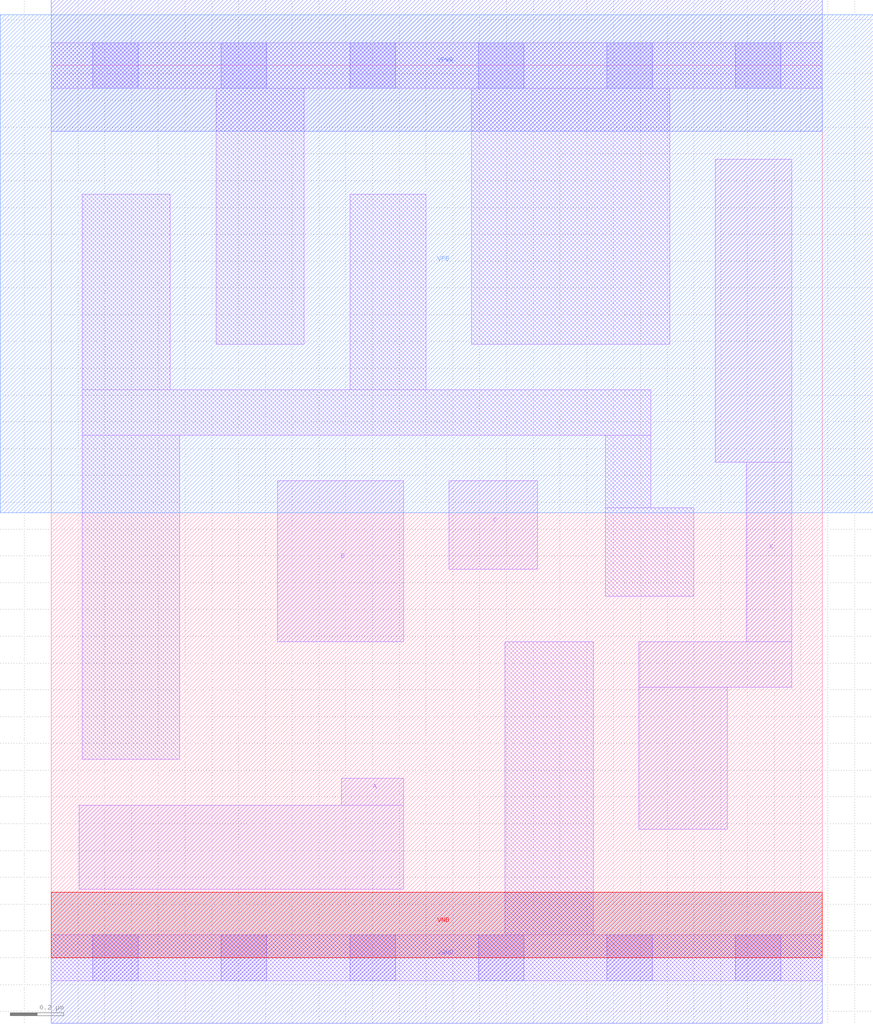
<source format=lef>
# Copyright 2020 The SkyWater PDK Authors
#
# Licensed under the Apache License, Version 2.0 (the "License");
# you may not use this file except in compliance with the License.
# You may obtain a copy of the License at
#
#     https://www.apache.org/licenses/LICENSE-2.0
#
# Unless required by applicable law or agreed to in writing, software
# distributed under the License is distributed on an "AS IS" BASIS,
# WITHOUT WARRANTIES OR CONDITIONS OF ANY KIND, either express or implied.
# See the License for the specific language governing permissions and
# limitations under the License.
#
# SPDX-License-Identifier: Apache-2.0

VERSION 5.7 ;
  NOWIREEXTENSIONATPIN ON ;
  DIVIDERCHAR "/" ;
  BUSBITCHARS "[]" ;
MACRO sky130_fd_sc_ms__and3_1
  CLASS CORE ;
  FOREIGN sky130_fd_sc_ms__and3_1 ;
  ORIGIN  0.000000  0.000000 ;
  SIZE  2.880000 BY  3.330000 ;
  SYMMETRY X Y ;
  SITE unit ;
  PIN A
    ANTENNAGATEAREA  0.247200 ;
    DIRECTION INPUT ;
    USE SIGNAL ;
    PORT
      LAYER li1 ;
        RECT 0.105000 0.255000 1.315000 0.570000 ;
        RECT 1.085000 0.570000 1.315000 0.670000 ;
    END
  END A
  PIN B
    ANTENNAGATEAREA  0.247200 ;
    DIRECTION INPUT ;
    USE SIGNAL ;
    PORT
      LAYER li1 ;
        RECT 0.845000 1.180000 1.315000 1.780000 ;
    END
  END B
  PIN C
    ANTENNAGATEAREA  0.247200 ;
    DIRECTION INPUT ;
    USE SIGNAL ;
    PORT
      LAYER li1 ;
        RECT 1.485000 1.450000 1.815000 1.780000 ;
    END
  END C
  PIN X
    ANTENNADIFFAREA  0.524500 ;
    DIRECTION OUTPUT ;
    USE SIGNAL ;
    PORT
      LAYER li1 ;
        RECT 2.195000 0.480000 2.525000 1.010000 ;
        RECT 2.195000 1.010000 2.765000 1.180000 ;
        RECT 2.480000 1.850000 2.765000 2.980000 ;
        RECT 2.595000 1.180000 2.765000 1.850000 ;
    END
  END X
  PIN VGND
    DIRECTION INOUT ;
    USE GROUND ;
    PORT
      LAYER met1 ;
        RECT 0.000000 -0.245000 2.880000 0.245000 ;
    END
  END VGND
  PIN VNB
    DIRECTION INOUT ;
    USE GROUND ;
    PORT
      LAYER pwell ;
        RECT 0.000000 0.000000 2.880000 0.245000 ;
    END
  END VNB
  PIN VPB
    DIRECTION INOUT ;
    USE POWER ;
    PORT
      LAYER nwell ;
        RECT -0.190000 1.660000 3.070000 3.520000 ;
    END
  END VPB
  PIN VPWR
    DIRECTION INOUT ;
    USE POWER ;
    PORT
      LAYER met1 ;
        RECT 0.000000 3.085000 2.880000 3.575000 ;
    END
  END VPWR
  OBS
    LAYER li1 ;
      RECT 0.000000 -0.085000 2.880000 0.085000 ;
      RECT 0.000000  3.245000 2.880000 3.415000 ;
      RECT 0.115000  0.740000 0.480000 1.950000 ;
      RECT 0.115000  1.950000 2.240000 2.120000 ;
      RECT 0.115000  2.120000 0.445000 2.850000 ;
      RECT 0.615000  2.290000 0.945000 3.245000 ;
      RECT 1.115000  2.120000 1.400000 2.850000 ;
      RECT 1.570000  2.290000 2.310000 3.245000 ;
      RECT 1.695000  0.085000 2.025000 1.180000 ;
      RECT 2.070000  1.350000 2.400000 1.680000 ;
      RECT 2.070000  1.680000 2.240000 1.950000 ;
    LAYER mcon ;
      RECT 0.155000 -0.085000 0.325000 0.085000 ;
      RECT 0.155000  3.245000 0.325000 3.415000 ;
      RECT 0.635000 -0.085000 0.805000 0.085000 ;
      RECT 0.635000  3.245000 0.805000 3.415000 ;
      RECT 1.115000 -0.085000 1.285000 0.085000 ;
      RECT 1.115000  3.245000 1.285000 3.415000 ;
      RECT 1.595000 -0.085000 1.765000 0.085000 ;
      RECT 1.595000  3.245000 1.765000 3.415000 ;
      RECT 2.075000 -0.085000 2.245000 0.085000 ;
      RECT 2.075000  3.245000 2.245000 3.415000 ;
      RECT 2.555000 -0.085000 2.725000 0.085000 ;
      RECT 2.555000  3.245000 2.725000 3.415000 ;
  END
END sky130_fd_sc_ms__and3_1
END LIBRARY

</source>
